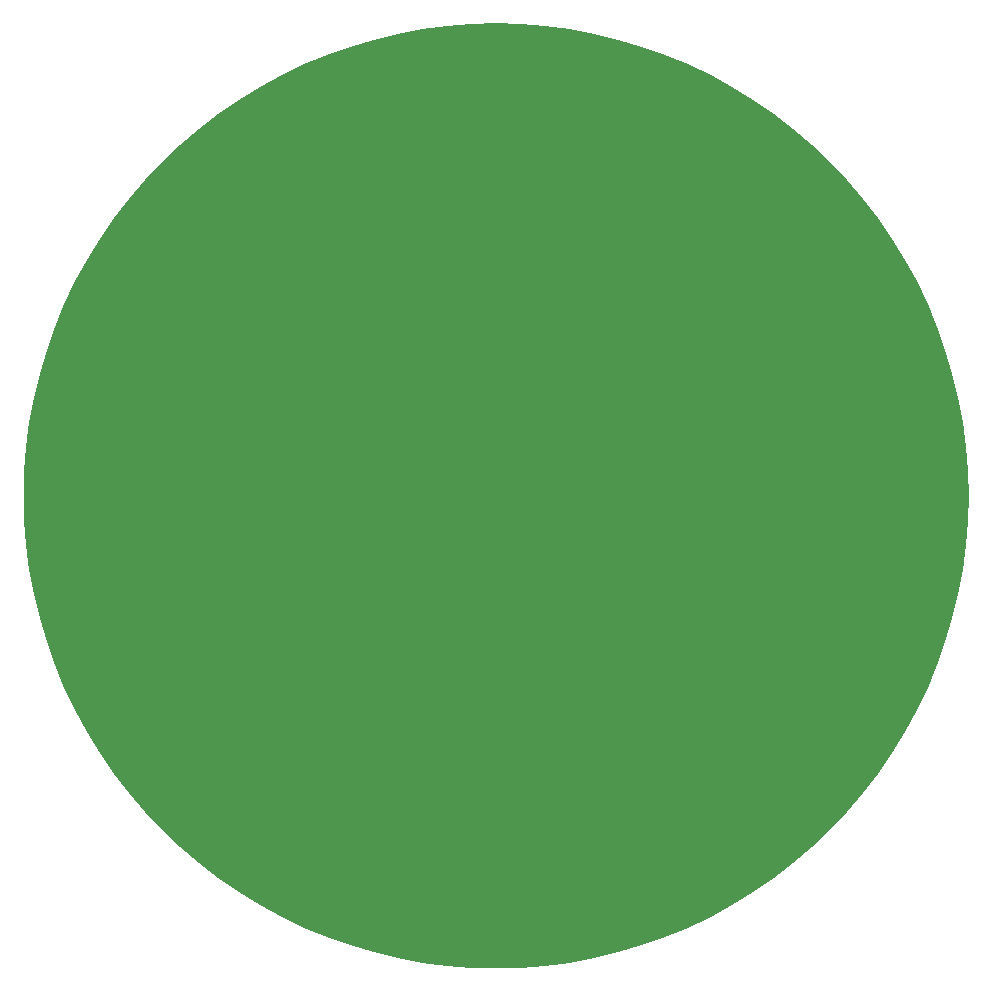
<source format=gbr>
%TF.GenerationSoftware,KiCad,Pcbnew,7.0.5.1-1-g8f565ef7f0-dirty-deb11*%
%TF.CreationDate,2023-06-30T12:49:57+00:00*%
%TF.ProjectId,USTTHUNDERMILLPCB02,55535454-4855-44e4-9445-524d494c4c50,rev?*%
%TF.SameCoordinates,Original*%
%TF.FileFunction,Soldermask,Bot*%
%TF.FilePolarity,Negative*%
%FSLAX46Y46*%
G04 Gerber Fmt 4.6, Leading zero omitted, Abs format (unit mm)*
G04 Created by KiCad (PCBNEW 7.0.5.1-1-g8f565ef7f0-dirty-deb11) date 2023-06-30 12:49:57*
%MOMM*%
%LPD*%
G01*
G04 APERTURE LIST*
G04 APERTURE END LIST*
G36*
X2122727Y39911304D02*
G01*
X2130518Y39910896D01*
X4210443Y39747206D01*
X4218205Y39746390D01*
X6286718Y39474008D01*
X6294417Y39472788D01*
X8345813Y39092614D01*
X8353447Y39090992D01*
X10382212Y38603909D01*
X10389741Y38601891D01*
X12390137Y38009414D01*
X12397565Y38007001D01*
X14364207Y37310506D01*
X14371484Y37307713D01*
X16299098Y36509290D01*
X16306223Y36506117D01*
X18189266Y35607981D01*
X18196221Y35604437D01*
X20029756Y34608863D01*
X20036508Y34604965D01*
X21815460Y33514839D01*
X21822003Y33510590D01*
X23541375Y32328908D01*
X23547689Y32324320D01*
X25202880Y31054183D01*
X25208938Y31049278D01*
X26795421Y29694331D01*
X26801217Y29689112D01*
X28314653Y28252990D01*
X28320174Y28247469D01*
X29756294Y26734037D01*
X29761513Y26728241D01*
X31116459Y25141759D01*
X31121364Y25135701D01*
X32391506Y23480508D01*
X32396094Y23474194D01*
X33577773Y21754821D01*
X33582022Y21748278D01*
X34672148Y19969324D01*
X34676046Y19962572D01*
X35671624Y18129038D01*
X35675168Y18122083D01*
X36573300Y16239040D01*
X36576473Y16231915D01*
X37374899Y14304292D01*
X37377692Y14297014D01*
X38074179Y12330384D01*
X38076592Y12322957D01*
X38669074Y10322557D01*
X38671092Y10315028D01*
X39158176Y8286261D01*
X39159798Y8278627D01*
X39539972Y6227234D01*
X39541192Y6219535D01*
X39813573Y4151022D01*
X39814389Y4143260D01*
X39978084Y2063333D01*
X39978492Y2055542D01*
X40033082Y-30093D01*
X40033082Y-37891D01*
X39978492Y-2123526D01*
X39978084Y-2131317D01*
X39814389Y-4211244D01*
X39813573Y-4219006D01*
X39541192Y-6287518D01*
X39539972Y-6295217D01*
X39159798Y-8346613D01*
X39158176Y-8354247D01*
X38671092Y-10383011D01*
X38669074Y-10390540D01*
X38076592Y-12390943D01*
X38074179Y-12398370D01*
X37377692Y-14365000D01*
X37374899Y-14372278D01*
X36576473Y-16299898D01*
X36573300Y-16307023D01*
X35675168Y-18190066D01*
X35671624Y-18197021D01*
X34676046Y-20030556D01*
X34672148Y-20037308D01*
X33582022Y-21816260D01*
X33577773Y-21822803D01*
X32396100Y-23542166D01*
X32391512Y-23548481D01*
X31121357Y-25203690D01*
X31116452Y-25209747D01*
X29761522Y-26796210D01*
X29756304Y-26802006D01*
X28320175Y-28315453D01*
X28314653Y-28320975D01*
X26801206Y-29757104D01*
X26795410Y-29762322D01*
X25208947Y-31117252D01*
X25202890Y-31122157D01*
X23547681Y-32392312D01*
X23541366Y-32396900D01*
X21822003Y-33578573D01*
X21815460Y-33582822D01*
X20036508Y-34672948D01*
X20029756Y-34676846D01*
X18196221Y-35672424D01*
X18189266Y-35675968D01*
X16306223Y-36574100D01*
X16299098Y-36577273D01*
X14371478Y-37375699D01*
X14364200Y-37378492D01*
X12397570Y-38074979D01*
X12390143Y-38077392D01*
X10389740Y-38669874D01*
X10382211Y-38671892D01*
X8353447Y-39158976D01*
X8345813Y-39160598D01*
X6294417Y-39540772D01*
X6286718Y-39541992D01*
X4218206Y-39814373D01*
X4210444Y-39815189D01*
X2130517Y-39978884D01*
X2122726Y-39979292D01*
X37091Y-40033882D01*
X29293Y-40033882D01*
X-2056342Y-39979292D01*
X-2064133Y-39978884D01*
X-4144060Y-39815189D01*
X-4151822Y-39814373D01*
X-6220335Y-39541992D01*
X-6228034Y-39540772D01*
X-8279427Y-39160598D01*
X-8287061Y-39158976D01*
X-10315828Y-38671892D01*
X-10323357Y-38669874D01*
X-12323757Y-38077392D01*
X-12331184Y-38074979D01*
X-14297814Y-37378492D01*
X-14305092Y-37375699D01*
X-16232715Y-36577273D01*
X-16239840Y-36574100D01*
X-18122883Y-35675968D01*
X-18129838Y-35672424D01*
X-19963372Y-34676846D01*
X-19970124Y-34672948D01*
X-21749078Y-33582822D01*
X-21755621Y-33578573D01*
X-23474994Y-32396894D01*
X-23481308Y-32392306D01*
X-25136501Y-31122164D01*
X-25142559Y-31117259D01*
X-26729041Y-29762313D01*
X-26734837Y-29757094D01*
X-28248269Y-28320974D01*
X-28253790Y-28315453D01*
X-29689912Y-26802017D01*
X-29695131Y-26796221D01*
X-31050078Y-25209738D01*
X-31054983Y-25203680D01*
X-32325120Y-23548489D01*
X-32329708Y-23542175D01*
X-33511390Y-21822803D01*
X-33515639Y-21816260D01*
X-34605765Y-20037308D01*
X-34609663Y-20030556D01*
X-35605237Y-18197021D01*
X-35608781Y-18190066D01*
X-36506917Y-16307023D01*
X-36510090Y-16299898D01*
X-37308513Y-14372284D01*
X-37311306Y-14365007D01*
X-38007801Y-12398365D01*
X-38010214Y-12390937D01*
X-38602691Y-10390541D01*
X-38604709Y-10383012D01*
X-39091792Y-8354247D01*
X-39093414Y-8346613D01*
X-39473588Y-6295217D01*
X-39474808Y-6287518D01*
X-39747190Y-4219005D01*
X-39748006Y-4211243D01*
X-39911696Y-2131318D01*
X-39912104Y-2123527D01*
X-39966698Y-37891D01*
X-39966698Y-30093D01*
X-39912104Y2055543D01*
X-39911696Y2063334D01*
X-39748006Y4143259D01*
X-39747190Y4151021D01*
X-39474808Y6219535D01*
X-39473588Y6227234D01*
X-39093414Y8278627D01*
X-39091792Y8286261D01*
X-38604709Y10315029D01*
X-38602691Y10322558D01*
X-38010214Y12322951D01*
X-38007801Y12330379D01*
X-37311306Y14297021D01*
X-37308513Y14304298D01*
X-36510090Y16231914D01*
X-36506917Y16239039D01*
X-35608781Y18122083D01*
X-35605237Y18129038D01*
X-34609663Y19962572D01*
X-34605765Y19969324D01*
X-33515639Y21748278D01*
X-33511390Y21754821D01*
X-32329716Y23474182D01*
X-32325128Y23480496D01*
X-31054973Y25135713D01*
X-31050068Y25141771D01*
X-29695131Y26728241D01*
X-29689912Y26734037D01*
X-28253790Y28247469D01*
X-28248269Y28252990D01*
X-26734837Y29689112D01*
X-26729041Y29694331D01*
X-25142571Y31049268D01*
X-25136513Y31054173D01*
X-23481296Y32324328D01*
X-23474982Y32328916D01*
X-21755621Y33510590D01*
X-21749078Y33514839D01*
X-19970124Y34604965D01*
X-19963372Y34608863D01*
X-18129838Y35604437D01*
X-18122883Y35607981D01*
X-16239839Y36506117D01*
X-16232714Y36509290D01*
X-14305098Y37307713D01*
X-14297821Y37310506D01*
X-12331179Y38007001D01*
X-12323751Y38009414D01*
X-10323358Y38601891D01*
X-10315829Y38603909D01*
X-8287061Y39090992D01*
X-8279427Y39092614D01*
X-6228034Y39472788D01*
X-6220335Y39474008D01*
X-4151821Y39746390D01*
X-4144059Y39747206D01*
X-2064134Y39910896D01*
X-2056343Y39911304D01*
X29293Y39965898D01*
X37091Y39965898D01*
X2122727Y39911304D01*
G37*
M02*

</source>
